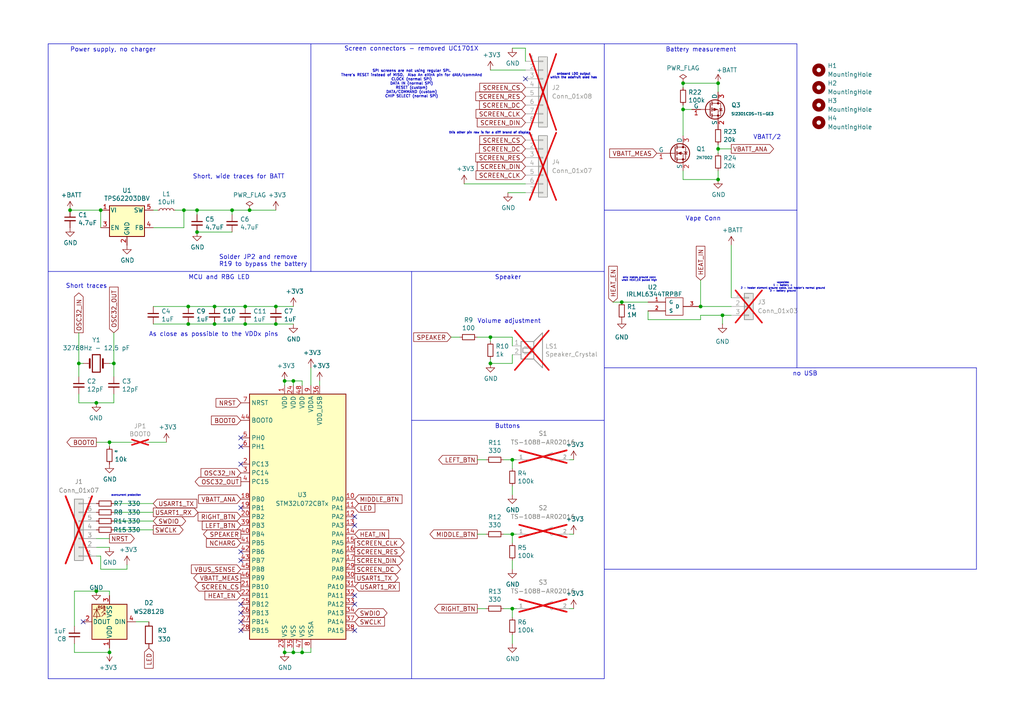
<source format=kicad_sch>
(kicad_sch (version 20231120) (generator "eeschema") (generator_version "8.0")
  (paper "A4")
  (title_block (title "OpenTama") (date "2022-04-18") (rev "1.1") (company "Sparkr") (comment 1 "Licensed under CERN-OHL-S v2") (comment 2 "jc@sparkr.tech") (comment 3 "Jean-Christophe Rona"))
  (junction (at 209.55 91.44))
  (junction (at 72.39 60.96))
  (junction (at 208.28 43.18))
  (junction (at 33.02 105.41))
  (junction (at 71.12 93.98))
  (junction (at 208.28 24.13))
  (junction (at 80.01 93.98))
  (junction (at 53.34 60.96))
  (junction (at 20.32 60.96))
  (junction (at 148.59 154.94))
  (junction (at 29.21 60.96))
  (junction (at 198.12 24.13))
  (junction (at 180.34 87.63))
  (junction (at 62.23 93.98))
  (junction (at 71.12 88.9))
  (junction (at 27.94 116.84))
  (junction (at 57.15 67.31))
  (junction (at 22.86 105.41))
  (junction (at 148.59 176.53))
  (junction (at 82.55 110.49))
  (junction (at 87.63 189.23))
  (junction (at 57.15 60.96))
  (junction (at 142.24 105.41))
  (junction (at 31.75 189.23))
  (junction (at 148.59 133.35))
  (junction (at 85.09 189.23))
  (junction (at 85.09 110.49))
  (junction (at 27.94 171.45))
  (junction (at 198.12 31.75))
  (junction (at 67.31 60.96))
  (junction (at 82.55 189.23))
  (junction (at 203.2 88.9))
  (junction (at 142.24 97.79))
  (junction (at 31.75 128.27))
  (junction (at 208.28 52.07))
  (junction (at 54.61 88.9))
  (junction (at 80.01 88.9))
  (junction (at 62.23 88.9))
  (junction (at 54.61 93.98))
  (no_connect (at 69.85 134.62))
  (no_connect (at 69.85 127))
  (no_connect (at 69.85 129.54))
  (no_connect (at 102.87 182.88))
  (no_connect (at 69.85 182.88))
  (no_connect (at 24.13 180.34))
  (no_connect (at 102.87 149.86))
  (no_connect (at 102.87 152.4))
  (no_connect (at 69.85 177.8))
  (no_connect (at 69.85 147.32))
  (no_connect (at 69.85 175.26))
  (no_connect (at 102.87 175.26))
  (no_connect (at 152.4 22.86))
  (no_connect (at 69.85 160.02))
  (no_connect (at 69.85 180.34))
  (no_connect (at 102.87 172.72))
  (no_connect (at 69.85 162.56))
  (polyline (pts (xy 231.14 60.96) (xy 231.14 106.68)))
  (wire (pts (xy 57.15 60.96) (xy 57.15 62.23)))
  (wire (pts (xy 44.45 93.98) (xy 54.61 93.98)))
  (wire (pts (xy 82.55 189.23) (xy 82.55 187.96)))
  (wire (pts (xy 130.81 97.79) (xy 133.35 97.79)))
  (wire (pts (xy 208.28 43.18) (xy 208.28 41.91)))
  (wire (pts (xy 85.09 111.76) (xy 85.09 110.49)))
  (wire (pts (xy 209.55 91.44) (xy 209.55 93.98)))
  (polyline (pts (xy 13.97 196.85) (xy 175.26 196.85)))
  (wire (pts (xy 90.17 189.23) (xy 87.63 189.23)))
  (wire (pts (xy 148.59 162.56) (xy 148.59 165.1)))
  (wire (pts (xy 33.02 105.41) (xy 33.02 109.22)))
  (wire (pts (xy 198.12 52.07) (xy 208.28 52.07)))
  (polyline (pts (xy 175.26 121.92) (xy 119.38 121.92)))
  (wire (pts (xy 27.94 116.84) (xy 33.02 116.84)))
  (wire (pts (xy 31.75 189.23) (xy 31.75 187.96)))
  (wire (pts (xy 57.15 60.96) (xy 53.34 60.96)))
  (wire (pts (xy 212.09 71.12) (xy 212.09 86.36)))
  (wire (pts (xy 198.12 49.53) (xy 198.12 52.07)))
  (wire (pts (xy 29.21 66.04) (xy 29.21 60.96)))
  (wire (pts (xy 85.09 110.49) (xy 87.63 110.49)))
  (polyline (pts (xy 283.21 106.68) (xy 283.21 165.1)))
  (wire (pts (xy 31.75 158.75) (xy 27.94 158.75)))
  (wire (pts (xy 24.13 105.41) (xy 22.86 105.41)))
  (wire (pts (xy 198.12 31.75) (xy 200.66 31.75)))
  (wire (pts (xy 90.17 187.96) (xy 90.17 189.23)))
  (wire (pts (xy 148.59 105.41) (xy 142.24 105.41)))
  (wire (pts (xy 208.28 52.07) (xy 208.28 49.53)))
  (wire (pts (xy 33.02 146.05) (xy 44.45 146.05)))
  (wire (pts (xy 31.75 128.27) (xy 38.1 128.27)))
  (wire (pts (xy 198.12 24.13) (xy 198.12 25.4)))
  (wire (pts (xy 44.45 66.04) (xy 53.34 66.04)))
  (wire (pts (xy 22.86 116.84) (xy 27.94 116.84)))
  (wire (pts (xy 198.12 30.48) (xy 198.12 31.75)))
  (wire (pts (xy 27.94 171.45) (xy 31.75 171.45)))
  (wire (pts (xy 22.86 114.3) (xy 22.86 116.84)))
  (wire (pts (xy 20.32 60.96) (xy 29.21 60.96)))
  (wire (pts (xy 72.39 60.96) (xy 80.01 60.96)))
  (wire (pts (xy 62.23 88.9) (xy 71.12 88.9)))
  (wire (pts (xy 87.63 110.49) (xy 87.63 111.76)))
  (wire (pts (xy 187.96 92.71) (xy 187.96 90.17)))
  (wire (pts (xy 67.31 60.96) (xy 72.39 60.96)))
  (wire (pts (xy 165.1 133.35) (xy 166.37 133.35)))
  (wire (pts (xy 71.12 93.98) (xy 80.01 93.98)))
  (polyline (pts (xy 283.21 106.68) (xy 175.26 106.68)))
  (wire (pts (xy 148.59 102.87) (xy 148.59 105.41)))
  (wire (pts (xy 166.37 176.53) (xy 165.1 176.53)))
  (polyline (pts (xy 175.26 12.7) (xy 175.26 196.85)))
  (wire (pts (xy 203.2 91.44) (xy 209.55 91.44)))
  (wire (pts (xy 134.62 53.34) (xy 152.4 53.34)))
  (polyline (pts (xy 283.21 165.1) (xy 175.26 165.1)))
  (wire (pts (xy 33.02 148.59) (xy 44.45 148.59)))
  (wire (pts (xy 29.21 165.1) (xy 36.83 165.1)))
  (wire (pts (xy 90.17 106.68) (xy 90.17 111.76)))
  (wire (pts (xy 203.2 92.71) (xy 203.2 91.44)))
  (polyline (pts (xy 13.97 12.7) (xy 13.97 196.85)))
  (wire (pts (xy 31.75 128.27) (xy 31.75 129.54)))
  (wire (pts (xy 29.21 161.29) (xy 29.21 165.1)))
  (wire (pts (xy 148.59 140.97) (xy 148.59 143.51)))
  (wire (pts (xy 44.45 153.67) (xy 33.02 153.67)))
  (wire (pts (xy 80.01 93.98) (xy 85.09 93.98)))
  (wire (pts (xy 31.75 189.23) (xy 21.59 189.23)))
  (wire (pts (xy 85.09 189.23) (xy 82.55 189.23)))
  (wire (pts (xy 152.4 13.97) (xy 148.59 13.97)))
  (wire (pts (xy 142.24 97.79) (xy 148.59 97.79)))
  (wire (pts (xy 82.55 110.49) (xy 85.09 110.49)))
  (wire (pts (xy 138.43 154.94) (xy 140.97 154.94)))
  (wire (pts (xy 148.59 176.53) (xy 149.86 176.53)))
  (wire (pts (xy 146.05 133.35) (xy 148.59 133.35)))
  (wire (pts (xy 50.8 60.96) (xy 53.34 60.96)))
  (wire (pts (xy 44.45 60.96) (xy 45.72 60.96)))
  (wire (pts (xy 22.86 105.41) (xy 22.86 109.22)))
  (wire (pts (xy 138.43 133.35) (xy 140.97 133.35)))
  (wire (pts (xy 148.59 133.35) (xy 149.86 133.35)))
  (wire (pts (xy 53.34 60.96) (xy 53.34 66.04)))
  (wire (pts (xy 85.09 187.96) (xy 85.09 189.23)))
  (wire (pts (xy 148.59 97.79) (xy 148.59 100.33)))
  (wire (pts (xy 31.75 171.45) (xy 31.75 172.72)))
  (wire (pts (xy 87.63 187.96) (xy 87.63 189.23)))
  (wire (pts (xy 148.59 154.94) (xy 149.86 154.94)))
  (wire (pts (xy 36.83 165.1) (xy 36.83 163.83)))
  (wire (pts (xy 187.96 92.71) (xy 203.2 92.71)))
  (wire (pts (xy 92.71 110.49) (xy 92.71 111.76)))
  (wire (pts (xy 203.2 81.28) (xy 203.2 88.9)))
  (wire (pts (xy 142.24 105.41) (xy 142.24 104.14)))
  (polyline (pts (xy 13.97 78.74) (xy 175.26 78.74)))
  (wire (pts (xy 43.18 180.34) (xy 39.37 180.34)))
  (wire (pts (xy 22.86 96.52) (xy 22.86 105.41)))
  (wire (pts (xy 33.02 96.52) (xy 33.02 105.41)))
  (wire (pts (xy 54.61 88.9) (xy 62.23 88.9)))
  (wire (pts (xy 62.23 93.98) (xy 71.12 93.98)))
  (wire (pts (xy 148.59 176.53) (xy 148.59 179.07)))
  (wire (pts (xy 166.37 154.94) (xy 165.1 154.94)))
  (wire (pts (xy 142.24 99.06) (xy 142.24 97.79)))
  (wire (pts (xy 27.94 128.27) (xy 31.75 128.27)))
  (wire (pts (xy 152.4 17.78) (xy 152.4 13.97)))
  (wire (pts (xy 138.43 97.79) (xy 142.24 97.79)))
  (wire (pts (xy 21.59 189.23) (xy 21.59 186.69)))
  (wire (pts (xy 148.59 133.35) (xy 148.59 135.89)))
  (wire (pts (xy 71.12 88.9) (xy 80.01 88.9)))
  (polyline (pts (xy 231.14 60.96) (xy 175.26 60.96)))
  (wire (pts (xy 67.31 60.96) (xy 67.31 62.23)))
  (wire (pts (xy 43.18 128.27) (xy 48.26 128.27)))
  (wire (pts (xy 148.59 154.94) (xy 148.59 157.48)))
  (wire (pts (xy 82.55 111.76) (xy 82.55 110.49)))
  (polyline (pts (xy 119.38 78.74) (xy 119.38 196.85)))
  (wire (pts (xy 138.43 176.53) (xy 140.97 176.53)))
  (wire (pts (xy 27.94 161.29) (xy 29.21 161.29)))
  (wire (pts (xy 57.15 67.31) (xy 67.31 67.31)))
  (wire (pts (xy 146.05 176.53) (xy 148.59 176.53)))
  (wire (pts (xy 180.34 87.63) (xy 187.96 87.63)))
  (wire (pts (xy 21.59 181.61) (xy 21.59 171.45)))
  (wire (pts (xy 208.28 26.67) (xy 208.28 24.13)))
  (wire (pts (xy 57.15 60.96) (xy 67.31 60.96)))
  (wire (pts (xy 147.32 55.88) (xy 152.4 55.88)))
  (wire (pts (xy 146.05 154.94) (xy 148.59 154.94)))
  (wire (pts (xy 212.09 43.18) (xy 208.28 43.18)))
  (polyline (pts (xy 90.17 78.74) (xy 90.17 12.7)))
  (wire (pts (xy 87.63 189.23) (xy 85.09 189.23)))
  (wire (pts (xy 33.02 116.84) (xy 33.02 114.3)))
  (wire (pts (xy 208.28 24.13) (xy 198.12 24.13)))
  (wire (pts (xy 198.12 39.37) (xy 198.12 31.75)))
  (polyline (pts (xy 231.14 12.7) (xy 231.14 60.96)))
  (wire (pts (xy 209.55 91.44) (xy 212.09 91.44)))
  (wire (pts (xy 27.94 156.21) (xy 31.75 156.21)))
  (wire (pts (xy 54.61 93.98) (xy 62.23 93.98)))
  (wire (pts (xy 44.45 88.9) (xy 54.61 88.9)))
  (wire (pts (xy 80.01 88.9) (xy 85.09 88.9)))
  (polyline (pts (xy 13.97 12.7) (xy 231.14 12.7)))
  (wire (pts (xy 152.4 20.32) (xy 142.24 20.32)))
  (wire (pts (xy 31.75 105.41) (xy 33.02 105.41)))
  (wire (pts (xy 177.8 87.63) (xy 180.34 87.63)))
  (wire (pts (xy 203.2 88.9) (xy 212.09 88.9)))
  (wire (pts (xy 33.02 151.13) (xy 44.45 151.13)))
  (wire (pts (xy 208.28 44.45) (xy 208.28 43.18)))
  (wire (pts (xy 148.59 184.15) (xy 148.59 186.69)))
  (wire (pts (xy 21.59 171.45) (xy 27.94 171.45)))
  (text "Power supply, no charger" (at 20.32 15.24 0) (effects (font (size 1.27 1.27)) (justify left bottom)))
  (text "Solder JP2 and remove\nR19 to bypass the battery" (at 63.5 77.47 0) (effects (font (size 1.27 1.27)) (justify left bottom)))
  (text "Short traces" (at 19.05 83.82 0) (effects (font (size 1.27 1.27)) (justify left bottom)))
  (text "onboard LDO output\nwhich the adafruit oled has" (at 166.37 22.098 0) (effects (font (size 0.635 0.635))))
  (text "Short, wide traces for BATT" (at 55.88 52.07 0) (effects (font (size 1.27 1.27)) (justify left bottom)))
  (text "SPI screens are not using regular SPI.\nThere's RESET instead of MISO,  Also An eXtrA pin for dAtA/commAnd\nCLOCK (normal SPI)\nDATA IN (normal SPI)\nRESET (custom)\nDATA/COMMAND (custom)\nCHIP SELECT (normal SPI)" (at 119.38 24.384 0) (effects (font (size 0.762 0.762))))
  (text "Battery measurement" (at 193.04 15.24 0) (effects (font (size 1.27 1.27)) (justify left bottom)))
  (text "this other pin row is for a diff brand of display\n" (at 141.986 38.608 0) (effects (font (size 0.635 0.635))))
  (text "VBATT/2" (at 218.44 40.64 0) (effects (font (size 1.27 1.27)) (justify left bottom)))
  (text "Speaker" (at 143.51 81.28 0) (effects (font (size 1.27 1.27)) (justify left bottom)))
  (text "no USB" (at 229.87 109.22 0) (effects (font (size 1.27 1.27)) (justify left bottom)))
  (text "vapeside:\n1 - battery +\n2 - heater element ground cable, cut heater's normal ground\n3 - battery ground" (at 227.076 83.312 0) (effects (font (size 0.508 0.508))))
  (text "As close as possible to the VDDx pins" (at 43.18 97.79 0) (effects (font (size 1.27 1.27)) (justify left bottom)))
  (text "overcurrent protection" (at 36.576 143.764 0) (effects (font (size 0.508 0.508))))
  (text "MCU and RBG LED" (at 54.61 81.28 0) (effects (font (size 1.27 1.27)) (justify left bottom)))
  (text "Vape Conn" (at 203.962 63.5 0) (effects (font (size 1.27 1.27))))
  (text "only makes ground conn\nwhen HEAT_EN pulled high\n" (at 185.42 81.026 0) (effects (font (size 0.508 0.508))))
  (text "Volume adjustment" (at 138.43 93.98 0) (effects (font (size 1.27 1.27)) (justify left bottom)))
  (text "Screen connectors - removed UC1701X" (at 99.822 14.986 0) (effects (font (size 1.27 1.27)) (justify left bottom)))
  (text "Buttons" (at 143.51 124.46 0) (effects (font (size 1.27 1.27)) (justify left bottom)))
  (global_label "SCREEN_RES" (shape output) (at 102.87 160.02 0) (property "Intersheetrefs" "${INTERSHEET_REFS}" (effects (hide yes))))
  (global_label "SWCLK" (shape input) (at 102.87 180.34 0) (property "Intersheetrefs" "${INTERSHEET_REFS}" (effects (hide yes))))
  (global_label "SCREEN_DC" (shape output) (at 102.87 165.1 0) (property "Intersheetrefs" "${INTERSHEET_REFS}" (effects (hide yes))))
  (global_label "MIDDLE_BTN" (shape input) (at 102.87 144.78 0) (property "Intersheetrefs" "${INTERSHEET_REFS}" (effects (hide yes))))
  (global_label "SCREEN_DIN" (shape input) (at 152.4 35.56 180) (property "Intersheetrefs" "${INTERSHEET_REFS}" (effects (hide yes))))
  (global_label "SCREEN_CLK" (shape input) (at 152.4 33.02 180) (property "Intersheetrefs" "${INTERSHEET_REFS}" (effects (hide yes))))
  (global_label "SCREEN_DC" (shape input) (at 152.4 43.18 180) (property "Intersheetrefs" "${INTERSHEET_REFS}" (effects (hide yes))))
  (global_label "HEAT_IN" (shape input) (at 102.87 154.94 0) (property "Intersheetrefs" "${INTERSHEET_REFS}" (effects (hide yes))))
  (global_label "SCREEN_CS" (shape output) (at 69.85 170.18 180) (property "Intersheetrefs" "${INTERSHEET_REFS}" (effects (hide yes))))
  (global_label "SCREEN_RES" (shape input) (at 152.4 45.72 180) (property "Intersheetrefs" "${INTERSHEET_REFS}" (effects (hide yes))))
  (global_label "VBATT_MEAS" (shape output) (at 69.85 167.64 180) (property "Intersheetrefs" "${INTERSHEET_REFS}" (effects (hide yes))))
  (global_label "VBUS_SENSE" (shape input) (at 69.85 165.1 180) (property "Intersheetrefs" "${INTERSHEET_REFS}" (effects (hide yes))))
  (global_label "RIGHT_BTN" (shape output) (at 138.43 176.53 180) (property "Intersheetrefs" "${INTERSHEET_REFS}" (effects (hide yes))))
  (global_label "LEFT_BTN" (shape input) (at 69.85 152.4 180) (property "Intersheetrefs" "${INTERSHEET_REFS}" (effects (hide yes))))
  (global_label "HEAT_EN" (shape input) (at 177.8 87.63 90) (property "Intersheetrefs" "${INTERSHEET_REFS}" (effects (hide yes))))
  (global_label "SWDIO" (shape bidirectional) (at 102.87 177.8 0) (property "Intersheetrefs" "${INTERSHEET_REFS}" (effects (hide yes))))
  (global_label "BOOT0" (shape output) (at 27.94 128.27 180) (property "Intersheetrefs" "${INTERSHEET_REFS}" (effects (hide yes))))
  (global_label "MIDDLE_BTN" (shape output) (at 138.43 154.94 180) (property "Intersheetrefs" "${INTERSHEET_REFS}" (effects (hide yes))))
  (global_label "NRST" (shape input) (at 69.85 116.84 180) (property "Intersheetrefs" "${INTERSHEET_REFS}" (effects (hide yes))))
  (global_label "RIGHT_BTN" (shape input) (at 69.85 149.86 180) (property "Intersheetrefs" "${INTERSHEET_REFS}" (effects (hide yes))))
  (global_label "SPEAKER" (shape output) (at 69.85 154.94 180) (property "Intersheetrefs" "${INTERSHEET_REFS}" (effects (hide yes))))
  (global_label "USART1_RX" (shape output) (at 44.45 148.59 0) (property "Intersheetrefs" "${INTERSHEET_REFS}" (effects (hide yes))))
  (global_label "BOOT0" (shape input) (at 69.85 121.92 180) (property "Intersheetrefs" "${INTERSHEET_REFS}" (effects (hide yes))))
  (global_label "SCREEN_RES" (shape input) (at 152.4 27.94 180) (property "Intersheetrefs" "${INTERSHEET_REFS}" (effects (hide yes))))
  (global_label "USART1_TX" (shape input) (at 44.45 146.05 0) (property "Intersheetrefs" "${INTERSHEET_REFS}" (effects (hide yes))))
  (global_label "SCREEN_CS" (shape input) (at 152.4 25.4 180) (property "Intersheetrefs" "${INTERSHEET_REFS}" (effects (hide yes))))
  (global_label "SCREEN_DIN" (shape output) (at 102.87 162.56 0) (property "Intersheetrefs" "${INTERSHEET_REFS}" (effects (hide yes))))
  (global_label "SCREEN_CS" (shape input) (at 152.4 40.64 180) (property "Intersheetrefs" "${INTERSHEET_REFS}" (effects (hide yes))))
  (global_label "LED" (shape input) (at 102.87 147.32 0) (property "Intersheetrefs" "${INTERSHEET_REFS}" (effects (hide yes))))
  (global_label "OSC32_OUT" (shape output) (at 69.85 139.7 180) (property "Intersheetrefs" "${INTERSHEET_REFS}" (effects (hide yes))))
  (global_label "SPEAKER" (shape input) (at 130.81 97.79 180) (property "Intersheetrefs" "${INTERSHEET_REFS}" (effects (hide yes))))
  (global_label "SWCLK" (shape output) (at 44.45 153.67 0) (property "Intersheetrefs" "${INTERSHEET_REFS}" (effects (hide yes))))
  (global_label "NCHARG" (shape input) (at 69.85 157.48 180) (property "Intersheetrefs" "${INTERSHEET_REFS}" (effects (hide yes))))
  (global_label "USART1_TX" (shape output) (at 102.87 167.64 0) (property "Intersheetrefs" "${INTERSHEET_REFS}" (effects (hide yes))))
  (global_label "NRST" (shape output) (at 31.75 156.21 0) (property "Intersheetrefs" "${INTERSHEET_REFS}" (effects (hide yes))))
  (global_label "SWDIO" (shape bidirectional) (at 44.45 151.13 0) (property "Intersheetrefs" "${INTERSHEET_REFS}" (effects (hide yes))))
  (global_label "LED" (shape input) (at 43.18 187.96 270) (property "Intersheetrefs" "${INTERSHEET_REFS}" (effects (hide yes))))
  (global_label "SCREEN_CLK" (shape output) (at 102.87 157.48 0) (property "Intersheetrefs" "${INTERSHEET_REFS}" (effects (hide yes))))
  (global_label "LEFT_BTN" (shape output) (at 138.43 133.35 180) (property "Intersheetrefs" "${INTERSHEET_REFS}" (effects (hide yes))))
  (global_label "SCREEN_DIN" (shape input) (at 152.4 48.26 180) (property "Intersheetrefs" "${INTERSHEET_REFS}" (effects (hide yes))))
  (global_label "VBATT_ANA" (shape input) (at 69.85 144.78 180) (property "Intersheetrefs" "${INTERSHEET_REFS}" (effects (hide yes))))
  (global_label "OSC32_IN" (shape input) (at 69.85 137.16 180) (property "Intersheetrefs" "${INTERSHEET_REFS}" (effects (hide yes))))
  (global_label "HEAT_IN" (shape input) (at 203.2 81.28 90) (property "Intersheetrefs" "${INTERSHEET_REFS}" (effects (hide yes))))
  (global_label "OSC32_IN" (shape output) (at 22.86 96.52 90) (property "Intersheetrefs" "${INTERSHEET_REFS}" (effects (hide yes))))
  (global_label "SCREEN_DC" (shape input) (at 152.4 30.48 180) (property "Intersheetrefs" "${INTERSHEET_REFS}" (effects (hide yes))))
  (global_label "VBATT_MEAS" (shape input) (at 190.5 44.45 180) (property "Intersheetrefs" "${INTERSHEET_REFS}" (effects (hide yes))))
  (global_label "SCREEN_CLK" (shape input) (at 152.4 50.8 180) (property "Intersheetrefs" "${INTERSHEET_REFS}" (effects (hide yes))))
  (global_label "HEAT_EN" (shape input) (at 69.85 172.72 180) (property "Intersheetrefs" "${INTERSHEET_REFS}" (effects (hide yes))))
  (global_label "OSC32_OUT" (shape input) (at 33.02 96.52 90) (property "Intersheetrefs" "${INTERSHEET_REFS}" (effects (hide yes))))
  (global_label "VBATT_ANA" (shape output) (at 212.09 43.18 0) (property "Intersheetrefs" "${INTERSHEET_REFS}" (effects (hide yes))))
  (global_label "USART1_RX" (shape input) (at 102.87 170.18 0) (property "Intersheetrefs" "${INTERSHEET_REFS}" (effects (hide yes))))
  (symbol (lib_id "OpenTama-rescue:STM32L072CBTx-MCU_ST_STM32L0") (at 87.63 149.86 0) (unit 1)
    (property "Reference" "U3" (at 87.63 143.51 0))
    (property "Value" "STM32L072CBTx" (at 87.63 146.05 0))
    (property "Footprint" "Package_QFP:LQFP-48_7x7mm_P0.5mm" (effects (hide yes)))
    (property "Datasheet" "http://www.st.com/st-web-ui/static/active/en/resource/technical/document/datasheet/DM00141133.pdf" (effects (hide yes)))
    (property "LCSC" "C465977" (effects (hide yes)))
    (property "JLCRotOffset" "-90" (effects (hide yes)))
  )
  (symbol (lib_id "power:GND") (at 82.55 189.23 0) (unit 1)
    (property "Reference" "#PWR019" (effects (hide yes)))
    (property "Value" "GND" (at 82.677 193.6242 0))
  )
  (symbol (lib_id "OpenTama-rescue:+3.3V-power") (at 82.55 110.49 0) (unit 1)
    (property "Reference" "#PWR018" (effects (hide yes)))
    (property "Value" "+3V3" (at 82.931 106.0958 0))
  )
  (symbol (lib_id "OpenTama-rescue:+3.3V-power") (at 85.09 88.9 0) (unit 1)
    (property "Reference" "#PWR020" (effects (hide yes)))
    (property "Value" "+3V3" (at 85.471 84.5058 0))
  )
  (symbol (lib_id "power:GND") (at 85.09 93.98 0) (unit 1)
    (property "Reference" "#PWR021" (effects (hide yes)))
    (property "Value" "GND" (at 85.217 98.3742 0))
  )
  (symbol (lib_id "Device:C_Small") (at 44.45 91.44 0) (unit 1)
    (property "Reference" "C4" (at 46.7868 90.2716 0) (effects (justify left)))
    (property "Value" "1uF" (at 46.7868 92.583 0) (effects (justify left)))
    (property "Footprint" "Capacitor_SMD:C_0402_1005Metric" (effects (hide yes)))
    (property "LCSC" "C52923" (effects (hide yes)))
  )
  (symbol (lib_id "Device:Crystal") (at 27.94 105.41 0) (unit 1)
    (property "Reference" "Y1" (at 27.94 98.6028 0))
    (property "Value" "32768Hz - 12,5 pF" (at 27.94 100.9142 0))
    (property "Footprint" "Crystal:Crystal_SMD_3215-2Pin_3.2x1.5mm" (effects (hide yes)))
    (property "Datasheet" "https://datasheet.lcsc.com/lcsc/1810171817_Seiko-Epson-Q13FC1350000400_C32346.pdf" (effects (hide yes)))
    (property "LCSC" "C32346" (effects (hide yes)))
  )
  (symbol (lib_id "OpenTama-rescue:+3.3V-power") (at 92.71 110.49 0) (unit 1)
    (property "Reference" "#PWR023" (effects (hide yes)))
    (property "Value" "+3V3" (at 93.091 106.0958 0))
  )
  (symbol (lib_id "Device:C_Small") (at 22.86 111.76 0) (unit 1)
    (property "Reference" "C2" (at 25.1968 110.5916 0) (effects (justify left)))
    (property "Value" "12pF" (at 25.1968 112.903 0) (effects (justify left)))
    (property "Footprint" "Capacitor_SMD:C_0402_1005Metric" (effects (hide yes)))
    (property "LCSC" "C1547" (effects (hide yes)))
  )
  (symbol (lib_id "Device:C_Small") (at 33.02 111.76 0) (unit 1)
    (property "Reference" "C3" (at 35.3568 110.5916 0) (effects (justify left)))
    (property "Value" "12pF" (at 35.3568 112.903 0) (effects (justify left)))
    (property "Footprint" "Capacitor_SMD:C_0402_1005Metric" (effects (hide yes)))
    (property "LCSC" "C1547" (effects (hide yes)))
  )
  (symbol (lib_id "OpenTama-rescue:+3.3V-power") (at 48.26 128.27 0) (unit 1)
    (property "Reference" "#PWR010" (effects (hide yes)))
    (property "Value" "+3V3" (at 48.641 123.8758 0))
  )
  (symbol (lib_id "power:GND") (at 27.94 116.84 0) (mirror y) (unit 1)
    (property "Reference" "#PWR04" (effects (hide yes)))
    (property "Value" "GND" (at 27.813 121.2342 0))
  )
  (symbol (lib_id "Device:R_Small") (at 31.75 132.08 0) (unit 1)
    (property "Reference" "R2" (at 33.2486 130.9116 0) (effects (font (size 0.4 0.4)) (justify left)))
    (property "Value" "10k" (at 33.2486 133.223 0) (effects (justify left)))
    (property "Footprint" "Resistor_SMD:R_0402_1005Metric" (effects (hide yes)))
    (property "LCSC" "C25744" (effects (hide yes)))
  )
  (symbol (lib_id "power:GND") (at 31.75 134.62 0) (unit 1)
    (property "Reference" "#PWR06" (effects (hide yes)))
    (property "Value" "GND" (at 31.877 139.0142 0))
  )
  (symbol (lib_id "power:GND") (at 31.75 158.75 0) (unit 1)
    (property "Reference" "#PWR07" (effects (hide yes)))
    (property "Value" "GND" (at 31.877 163.1442 0))
  )
  (symbol (lib_id "OpenTama-rescue:+3.3V-power") (at 36.83 163.83 0) (unit 1)
    (property "Reference" "#PWR09" (effects (hide yes)))
    (property "Value" "+3V3" (at 37.211 159.4358 0))
  )
  (symbol (lib_id "power:GND") (at 142.24 105.41 0) (unit 1)
    (property "Reference" "#PWR033" (effects (hide yes)))
    (property "Value" "GND" (at 142.367 109.8042 0))
  )
  (symbol (lib_id "Device:R_Small") (at 135.89 97.79 270) (unit 1)
    (property "Reference" "R9" (at 135.89 92.8116 90))
    (property "Value" "100" (at 135.89 95.123 90))
    (property "Footprint" "PCM_JLCPCB:R_0805" (effects (hide yes)))
    (property "LCSC" "C25076" (effects (hide yes)))
  )
  (symbol (lib_id "Device:R_Small") (at 142.24 101.6 0) (unit 1)
    (property "Reference" "R10" (at 143.7386 100.4316 0) (effects (justify left)))
    (property "Value" "1k" (at 143.7386 102.743 0) (effects (justify left)))
    (property "Footprint" "PCM_JLCPCB:R_0402" (effects (hide yes)))
  )
  (symbol (lib_id "power:GND") (at 27.94 171.45 0) (unit 1)
    (property "Reference" "#PWR01" (effects (hide yes)))
    (property "Value" "GND" (at 27.94 170.434 0))
  )
  (symbol (lib_id "OpenTama-rescue:+3.3V-power") (at 166.37 154.94 0) (unit 1)
    (property "Reference" "#PWR038" (effects (hide yes)))
    (property "Value" "+3V3" (at 166.751 150.5458 0))
  )
  (symbol (lib_id "Device:R_Small") (at 143.51 154.94 270) (unit 1)
    (property "Reference" "R12" (at 143.51 149.9616 90))
    (property "Value" "330" (at 143.51 152.273 90))
    (property "Footprint" "Resistor_SMD:R_0402_1005Metric" (effects (hide yes)))
    (property "LCSC" "C25104" (effects (hide yes)))
  )
  (symbol (lib_id "power:GND") (at 148.59 165.1 0) (unit 1)
    (property "Reference" "#PWR035" (effects (hide yes)))
    (property "Value" "GND" (at 148.717 169.4942 0))
  )
  (symbol (lib_id "OpenTama-rescue:+3.3V-power") (at 166.37 176.53 0) (unit 1)
    (property "Reference" "#PWR039" (effects (hide yes)))
    (property "Value" "+3V3" (at 166.751 172.1358 0))
  )
  (symbol (lib_id "Device:R_Small") (at 143.51 176.53 270) (unit 1)
    (property "Reference" "R13" (at 143.51 171.5516 90))
    (property "Value" "330" (at 143.51 173.863 90))
    (property "Footprint" "Resistor_SMD:R_0402_1005Metric" (effects (hide yes)))
    (property "LCSC" "C25104" (effects (hide yes)))
  )
  (symbol (lib_id "power:GND") (at 148.59 186.69 0) (unit 1)
    (property "Reference" "#PWR036" (effects (hide yes)))
    (property "Value" "GND" (at 148.717 191.0842 0))
  )
  (symbol (lib_id "OpenTama-rescue:+3.3V-power") (at 166.37 133.35 0) (unit 1)
    (property "Reference" "#PWR037" (effects (hide yes)))
    (property "Value" "+3V3" (at 166.751 128.9558 0))
  )
  (symbol (lib_id "Device:R_Small") (at 143.51 133.35 270) (unit 1)
    (property "Reference" "R11" (at 143.51 128.3716 90))
    (property "Value" "330" (at 143.51 130.683 90))
    (property "Footprint" "Resistor_SMD:R_0402_1005Metric" (effects (hide yes)))
    (property "LCSC" "C25104" (effects (hide yes)))
  )
  (symbol (lib_id "power:GND") (at 148.59 143.51 0) (unit 1)
    (property "Reference" "#PWR034" (effects (hide yes)))
    (property "Value" "GND" (at 148.717 147.9042 0))
  )
  (symbol (lib_id "Device:Speaker_Crystal") (at 153.67 100.33 0) (unit 1) (dnp yes)
    (property "Reference" "LS1" (at 158.115 100.4316 0) (effects (justify left)))
    (property "Value" "Speaker_Crystal" (at 158.115 102.743 0) (effects (justify left)))
    (property "Footprint" "Buzzer_Beeper:Buzzer_CUI_CPT-9019S-SMT" (effects (hide yes)))
    (property "Datasheet" "https://datasheet.lcsc.com/lcsc/1912111437_FUET-FUET-9018_C391035.pdf" (effects (hide yes)))
    (property "LCSC" "C391035" (effects (hide yes)))
    (property "JLCRotOffset" "180" (effects (hide yes)))
  )
  (symbol (lib_id "power:GND") (at 148.59 13.97 0) (unit 1)
    (property "Reference" "#PWR032" (effects (hide yes)))
    (property "Value" "GND" (at 148.717 18.3642 0))
  )
  (symbol (lib_id "OpenTama-rescue:+3.3V-power") (at 142.24 20.32 0) (unit 1)
    (property "Reference" "#PWR031" (effects (hide yes)))
    (property "Value" "+3V3" (at 142.621 15.9258 0))
  )
  (symbol (lib_id "OpenTama-rescue:Jumper_NO_Small-Device") (at 40.64 128.27 0) (unit 1) (dnp yes)
    (property "Reference" "JP1" (at 40.64 123.571 0))
    (property "Value" "BOOT0" (at 40.64 125.8824 0))
    (property "Footprint" "Connector_PinHeader_2.54mm:PinHeader_1x02_P2.54mm_Vertical" (effects (hide yes)))
  )
  (symbol (lib_id "power:PWR_FLAG") (at 72.39 60.96 0) (unit 1)
    (property "Reference" "#FLG02" (effects (hide yes)))
    (property "Value" "PWR_FLAG" (at 72.39 56.5658 0))
  )
  (symbol (lib_id "Device:R_Small") (at 198.12 27.94 0) (unit 1)
    (property "Reference" "R22" (at 199.6186 26.7716 0) (effects (justify left)))
    (property "Value" "100k" (at 199.6186 29.083 0) (effects (justify left)))
    (property "Footprint" "Resistor_SMD:R_0402_1005Metric" (effects (hide yes)))
    (property "LCSC" "C25741" (effects (hide yes)))
  )
  (symbol (lib_id "Device:R_Small") (at 208.28 39.37 0) (unit 1)
    (property "Reference" "R23" (at 209.7786 38.2016 0) (effects (justify left)))
    (property "Value" "20k" (at 209.7786 40.513 0) (effects (justify left)))
    (property "Footprint" "Resistor_SMD:R_0402_1005Metric" (effects (hide yes)))
    (property "LCSC" "C25765" (effects (hide yes)))
  )
  (symbol (lib_id "Device:R_Small") (at 208.28 46.99 0) (unit 1)
    (property "Reference" "R24" (at 209.7786 45.8216 0) (effects (justify left)))
    (property "Value" "20k" (at 209.7786 48.133 0) (effects (justify left)))
    (property "Footprint" "Resistor_SMD:R_0402_1005Metric" (effects (hide yes)))
    (property "LCSC" "C25765" (effects (hide yes)))
  )
  (symbol (lib_id "power:GND") (at 208.28 52.07 0) (unit 1)
    (property "Reference" "#PWR0105" (effects (hide yes)))
    (property "Value" "GND" (at 208.407 56.4642 0))
  )
  (symbol (lib_id "Regulator_Switching:TPS62203DBV") (at 36.83 66.04 0) (unit 1)
    (property "Reference" "U1" (at 36.83 55.245 0))
    (property "Value" "TPS62203DBV" (at 36.83 57.5564 0))
    (property "Footprint" "Package_TO_SOT_SMD:SOT-23-5" (effects (hide yes)))
    (property "Datasheet" "http://www.ti.com/lit/ds/symlink/tps62201.pdf" (effects (hide yes)))
    (property "LCSC" "C9051" (effects (hide yes)))
    (property "JLCRotOffset" "180" (effects (hide yes)))
  )
  (symbol (lib_id "power:GND") (at 20.32 66.04 0) (unit 1)
    (property "Reference" "#PWR03" (effects (hide yes)))
    (property "Value" "GND" (at 20.447 70.4342 0))
  )
  (symbol (lib_id "power:+BATT") (at 20.32 60.96 0) (unit 1)
    (property "Reference" "#PWR02" (effects (hide yes)))
    (property "Value" "+BATT" (at 20.701 56.5658 0))
  )
  (symbol (lib_id "power:GND") (at 36.83 71.12 0) (unit 1)
    (property "Reference" "#PWR08" (effects (hide yes)))
    (property "Value" "GND" (at 36.957 75.5142 0))
  )
  (symbol (lib_id "Device:L_Small") (at 48.26 60.96 90) (unit 1)
    (property "Reference" "L1" (at 48.26 56.261 90))
    (property "Value" "10uH" (at 48.26 58.5724 90))
    (property "Footprint" "Inductor_SMD:L_0805_2012Metric" (effects (hide yes)))
    (property "LCSC" "C1046" (effects (hide yes)))
  )
  (symbol (lib_id "power:GND") (at 57.15 67.31 0) (unit 1)
    (property "Reference" "#PWR013" (effects (hide yes)))
    (property "Value" "GND" (at 57.277 71.7042 0))
  )
  (symbol (lib_id "OpenTama-rescue:+3.3V-power") (at 80.01 60.96 0) (unit 1)
    (property "Reference" "#PWR017" (effects (hide yes)))
    (property "Value" "+3V3" (at 80.391 56.5658 0))
  )
  (symbol (lib_id "power:+BATT") (at 208.28 24.13 0) (unit 1)
    (property "Reference" "#PWR0106" (effects (hide yes)))
    (property "Value" "+BATT" (at 210.82 20.32 0))
  )
  (symbol (lib_id "power:PWR_FLAG") (at 198.12 24.13 0) (unit 1)
    (property "Reference" "#FLG0101" (effects (hide yes)))
    (property "Value" "PWR_FLAG" (at 198.12 19.7358 0))
  )
  (symbol (lib_id "power:+BATT") (at 212.09 71.12 0) (unit 1)
    (property "Reference" "#PWR05" (effects (hide yes)))
    (property "Value" "+BATT" (at 212.471 66.7258 0))
  )
  (symbol (lib_id "Device:R_Small") (at 148.59 181.61 0) (unit 1)
    (property "Reference" "R6" (at 150.0886 180.4416 0) (effects (justify left)))
    (property "Value" "100k" (at 150.0886 182.753 0) (effects (justify left)))
    (property "Footprint" "Resistor_SMD:R_0402_1005Metric" (effects (hide yes)))
    (property "LCSC" "C25741" (effects (hide yes)))
  )
  (symbol (lib_id "Device:C_Small") (at 80.01 91.44 0) (unit 1)
    (property "Reference" "C7" (at 82.3468 90.2716 0) (effects (justify left)))
    (property "Value" "1uF" (at 82.3468 92.583 0) (effects (justify left)))
    (property "Footprint" "Capacitor_SMD:C_0402_1005Metric" (effects (hide yes)))
    (property "LCSC" "C52923" (effects (hide yes)))
  )
  (symbol (lib_id "Device:R_Small") (at 30.48 146.05 270) (unit 1)
    (property "Reference" "R7" (at 34.29 146.05 90))
    (property "Value" "330" (at 38.862 146.05 90))
    (property "Footprint" "Resistor_SMD:R_0402_1005Metric" (effects (hide yes)))
    (property "LCSC" "C25104" (effects (hide yes)))
  )
  (symbol (lib_name "GND_1") (lib_id "power:GND") (at 209.55 93.98 0) (unit 1)
    (property "Reference" "#PWR011" (effects (hide yes)))
    (property "Value" "GND" (at 209.55 99.06 0))
    (property "Description" "Power symbol creates a global label with name \"GND\" , ground" (effects (hide yes)))
  )
  (symbol (lib_id "Mechanical:MountingHole") (at 237.49 20.32 0) (unit 1) (exclude_from_sim yes) (in_bom no)
    (property "Reference" "H1" (at 240.03 19.0499 0) (effects (justify left)))
    (property "Value" "MountingHole" (at 240.03 21.5899 0) (effects (justify left)))
    (property "Footprint" "MountingHole:MountingHole_2.7mm_M2.5" (effects (hide yes)))
    (property "Description" "Mounting Hole without connection" (effects (hide yes)))
  )
  (symbol (lib_id "Connector_Generic:Conn_01x08") (at 157.48 25.4 0) (unit 1) (dnp yes)
    (property "Reference" "J2" (at 160.02 25.3999 0) (effects (justify left)))
    (property "Value" "Conn_01x08" (at 160.02 27.9399 0) (effects (justify left)))
    (property "Footprint" "Connector_PinHeader_2.54mm:PinHeader_1x08_P2.54mm_Vertical" (effects (hide yes)))
    (property "Description" "Generic connector, single row, 01x08, script generated (kicad-library-utils/schlib/autogen/connector/)" (effects (hide yes)))
  )
  (symbol (lib_id "Connector_Generic:Conn_01x07") (at 157.48 48.26 0) (unit 1) (dnp yes)
    (property "Reference" "J4" (at 160.02 46.9899 0) (effects (justify left)))
    (property "Value" "Conn_01x07" (at 160.02 49.5299 0) (effects (justify left)))
    (property "Footprint" "Connector_PinHeader_2.54mm:PinHeader_1x07_P2.54mm_Vertical" (effects (hide yes)))
    (property "Description" "Generic connector, single row, 01x07, script generated (kicad-library-utils/schlib/autogen/connector/)" (effects (hide yes)))
  )
  (symbol (lib_id "Device:R_Small") (at 30.48 151.13 270) (unit 1)
    (property "Reference" "R14" (at 34.798 151.13 90))
    (property "Value" "330" (at 38.862 151.13 90))
    (property "Footprint" "Resistor_SMD:R_0402_1005Metric" (effects (hide yes)))
    (property "LCSC" "C25104" (effects (hide yes)))
  )
  (symbol (lib_id "Device:C_Small") (at 62.23 91.44 0) (unit 1)
    (property "Reference" "C10" (at 64.5668 90.2716 0) (effects (justify left)))
    (property "Value" "1uF" (at 64.5668 92.583 0) (effects (justify left)))
    (property "Footprint" "Capacitor_SMD:C_0402_1005Metric" (effects (hide yes)))
    (property "LCSC" "C52923" (effects (hide yes)))
  )
  (symbol (lib_id "Device:C_Small") (at 21.59 184.15 180) (unit 1)
    (property "Reference" "C8" (at 19.2532 185.3184 0) (effects (justify left)))
    (property "Value" "1uF" (at 19.2532 183.007 0) (effects (justify left)))
    (property "Footprint" "Capacitor_SMD:C_0402_1005Metric" (effects (hide yes)))
    (property "LCSC" "C52923" (effects (hide yes)))
  )
  (symbol (lib_id "Device:R_Small") (at 30.48 148.59 270) (unit 1)
    (property "Reference" "R8" (at 34.29 148.59 90))
    (property "Value" "330" (at 38.862 148.59 90))
    (property "Footprint" "Resistor_SMD:R_0402_1005Metric" (effects (hide yes)))
    (property "LCSC" "C25104" (effects (hide yes)))
  )
  (symbol (lib_id "PCM_JLCPCB-Extended:LED, WS2812B, 5050") (at 31.75 180.34 180) (unit 1)
    (property "Reference" "D2" (at 43.18 174.8438 0))
    (property "Value" "WS2812B" (at 43.18 177.3838 0))
    (property "Footprint" "PCM_JLCPCB:LED_WS2812B_PLCC4_5.0x5.0mm_P3.2mm" (effects (hide yes)))
    (property "Datasheet" "https://wmsc.lcsc.com/wmsc/upload/file/pdf/v2/lcsc/2406131538_XINGLIGHT-XL-5050RGBC-WS2812B-S_C22461793.pdf" (effects (hide yes)))
    (property "Description" "RGB LED with integrated controller" (effects (hide yes)))
    (property "LCSC" "C22461793" (effects (hide yes)))
  )
  (symbol (lib_id "Device:C_Small") (at 20.32 63.5 0) (unit 1)
    (property "Reference" "C1" (at 22.6568 62.3316 0) (effects (justify left)))
    (property "Value" "4.7uF" (at 22.6568 64.643 0) (effects (justify left)))
    (property "Footprint" "Capacitor_SMD:C_0402_1005Metric" (effects (hide yes)))
    (property "LCSC" "C23733" (effects (hide yes)))
  )
  (symbol (lib_id "Connector_Generic:Conn_01x03") (at 217.17 88.9 0) (unit 1) (dnp yes)
    (property "Reference" "J3" (at 219.71 87.6299 0) (effects (justify left)))
    (property "Value" "Conn_01x03" (at 219.71 90.1699 0) (effects (justify left)))
    (property "Footprint" "Connector_JST:JST_XH_S3B-XH-A_1x03_P2.50mm_Horizontal" (effects (hide yes)))
    (property "Description" "Generic connector, single row, 01x03, script generated (kicad-library-utils/schlib/autogen/connector/)" (effects (hide yes)))
  )
  (symbol (lib_id "Mechanical:MountingHole") (at 237.49 25.4 0) (unit 1) (exclude_from_sim yes) (in_bom no)
    (property "Reference" "H2" (at 240.03 24.1299 0) (effects (justify left)))
    (property "Value" "MountingHole" (at 240.03 26.6699 0) (effects (justify left)))
    (property "Footprint" "MountingHole:MountingHole_2.7mm_M2.5" (effects (hide yes)))
    (property "Description" "Mounting Hole without connection" (effects (hide yes)))
  )
  (symbol (lib_id "Mechanical:MountingHole") (at 237.49 30.48 0) (unit 1) (exclude_from_sim yes) (in_bom no)
    (property "Reference" "H3" (at 240.03 29.2099 0) (effects (justify left)))
    (property "Value" "MountingHole" (at 240.03 31.7499 0) (effects (justify left)))
    (property "Footprint" "MountingHole:MountingHole_2.7mm_M2.5" (effects (hide yes)))
    (property "Description" "Mounting Hole without connection" (effects (hide yes)))
  )
  (symbol (lib_id "OpenTama-rescue:+3.3V-power") (at 90.17 106.68 0) (unit 1)
    (property "Reference" "#PWR015" (effects (hide yes)))
    (property "Value" "+3V3" (at 90.551 102.2858 0))
  )
  (symbol (lib_id "Connector_Generic:Conn_01x07") (at 22.86 153.67 180) (unit 1) (dnp yes)
    (property "Reference" "J1" (at 22.86 139.7 0))
    (property "Value" "Conn_01x07" (at 22.86 142.24 0))
    (property "Footprint" "Connector_PinHeader_2.54mm:PinHeader_1x07_P2.54mm_Vertical" (effects (hide yes)))
    (property "Description" "Generic connector, single row, 01x07, script generated (kicad-library-utils/schlib/autogen/connector/)" (effects (hide yes)))
  )
  (symbol (lib_id "OpenTama-rescue:+3.3V-power") (at 31.75 189.23 180) (unit 1)
    (property "Reference" "#PWR014" (effects (hide yes)))
    (property "Value" "+3V3" (at 31.369 193.6242 0))
  )
  (symbol (lib_id "IRLML6344TRPBF:IRLML6344TRPBF") (at 195.58 88.9 0) (unit 1)
    (property "Reference" "U2" (at 189.23 83.312 0))
    (property "Value" "IRLML6344TRPBF" (at 189.738 85.344 0))
    (property "Footprint" "IRLML6344TRPBF:SOT95P240X112-3N" (effects (hide yes)))
    (property "MF" "Infineon Technologies" (effects (hide yes)))
    (property "Description_1" "\n                        \n                            IRLML6344TRPBF N-channel MOSFET Transistor, 5 A, 30 V, 3-Pin SOT-23 | Infineon IRLML6344TRPBF\n                        \n" (effects (hide yes)))
    (property "PACKAGE" "SOT-23-3" (effects (hide yes)))
    (property "MPN" "IRLML6344TRPBF" (effects (hide yes)))
    (property "Price" "None" (effects (hide yes)))
    (property "Package" "SOT-23-3 ON Semiconductor" (effects (hide yes)))
    (property "OC_FARNELL" "1857299" (effects (hide yes)))
    (property "SnapEDA_Link" "https://www.snapeda.com/parts/IRLML6344TRPBF/Infineon/view-part/?ref=snap" (effects (hide yes)))
    (property "MP" "IRLML6344TRPBF" (effects (hide yes)))
    (property "SUPPLIER" "INTERNATIONAL RECTIFIER" (effects (hide yes)))
    (property "OC_NEWARK" "25T5501" (effects (hide yes)))
    (property "Availability" "In Stock" (effects (hide yes)))
    (property "Check_prices" "https://www.snapeda.com/parts/IRLML6344TRPBF/Infineon/view-part/?ref=eda" (effects (hide yes)))
  )
  (symbol (lib_id "TS-1088-AR02016:TS-1088-AR02016") (at 157.48 133.35 0) (unit 1) (dnp yes)
    (property "Reference" "S1" (at 157.48 125.73 0))
    (property "Value" "TS-1088-AR02016" (at 157.48 128.27 0))
    (property "Footprint" "TS-1088-AR02016:SW_TS-1088-AR02016" (effects (hide yes)))
    (property "MF" "Xunpu" (effects (hide yes)))
    (property "MAXIMUM_PACKAGE_HEIGHT" "2.0 mm" (effects (hide yes)))
    (property "Package" "Package" (effects (hide yes)))
    (property "Price" "None" (effects (hide yes)))
    (property "Check_prices" "https://www.snapeda.com/parts/TS-1088-AR02016/Xunpu/view-part/?ref=eda" (effects (hide yes)))
    (property "STANDARD" "Manufacturer Recommendations" (effects (hide yes)))
    (property "PARTREV" "N/A" (effects (hide yes)))
    (property "SnapEDA_Link" "https://www.snapeda.com/parts/TS-1088-AR02016/Xunpu/view-part/?ref=snap" (effects (hide yes)))
    (property "MP" "TS-1088-AR02016" (effects (hide yes)))
    (property "Description_1" "\n                        \n                            50mA 4mm 100MΩ 100,000 Times 12V 160gf 3mm 2mm Round Button Vertical welding SPST SMD Tactile Switches ROHS\n                        \n" (effects (hide yes)))
    (property "Availability" "Not in stock" (effects (hide yes)))
    (property "MANUFACTURER" "Xunpu" (effects (hide yes)))
    (property "LCSC" "C720477" (effects (hide yes)))
  )
  (symbol (lib_id "Device:R_Small") (at 148.59 160.02 0) (unit 1)
    (property "Reference" "R5" (at 150.0886 158.8516 0) (effects (justify left)))
    (property "Value" "100k" (at 150.0886 161.163 0) (effects (justify left)))
    (property "Footprint" "Resistor_SMD:R_0402_1005Metric" (effects (hide yes)))
    (property "LCSC" "C25741" (effects (hide yes)))
  )
  (symbol (lib_id "Mechanical:MountingHole") (at 237.49 35.56 0) (unit 1) (exclude_from_sim yes) (in_bom no)
    (property "Reference" "H4" (at 240.03 34.2899 0) (effects (justify left)))
    (property "Value" "MountingHole" (at 240.03 36.8299 0) (effects (justify left)))
    (property "Footprint" "MountingHole:MountingHole_2.7mm_M2.5" (effects (hide yes)))
    (property "Description" "Mounting Hole without connection" (effects (hide yes)))
  )
  (symbol (lib_id "TS-1088-AR02016:TS-1088-AR02016") (at 157.48 176.53 0) (unit 1) (dnp yes)
    (property "Reference" "S3" (at 157.48 168.91 0))
    (property "Value" "TS-1088-AR02016" (at 157.48 171.45 0))
    (property "Footprint" "TS-1088-AR02016:SW_TS-1088-AR02016" (effects (hide yes)))
    (property "MF" "Xunpu" (effects (hide yes)))
    (property "MAXIMUM_PACKAGE_HEIGHT" "2.0 mm" (effects (hide yes)))
    (property "Package" "Package" (effects (hide yes)))
    (property "Price" "None" (effects (hide yes)))
    (property "Check_prices" "https://www.snapeda.com/parts/TS-1088-AR02016/Xunpu/view-part/?ref=eda" (effects (hide yes)))
    (property "STANDARD" "Manufacturer Recommendations" (effects (hide yes)))
    (property "PARTREV" "N/A" (effects (hide yes)))
    (property "SnapEDA_Link" "https://www.snapeda.com/parts/TS-1088-AR02016/Xunpu/view-part/?ref=snap" (effects (hide yes)))
    (property "MP" "TS-1088-AR02016" (effects (hide yes)))
    (property "Description_1" "\n                        \n                            50mA 4mm 100MΩ 100,000 Times 12V 160gf 3mm 2mm Round Button Vertical welding SPST SMD Tactile Switches ROHS\n                        \n" (effects (hide yes)))
    (property "Availability" "Not in stock" (effects (hide yes)))
    (property "MANUFACTURER" "Xunpu" (effects (hide yes)))
    (property "LCSC" "C720477" (effects (hide yes)))
  )
  (symbol (lib_id "power:GND") (at 147.32 55.88 0) (unit 1)
    (property "Reference" "#PWR016" (effects (hide yes)))
    (property "Value" "GND" (at 147.447 60.2742 0))
  )
  (symbol (lib_id "TS-1088-AR02016:TS-1088-AR02016") (at 157.48 154.94 0) (unit 1) (dnp yes)
    (property "Reference" "S2" (at 157.48 147.32 0))
    (property "Value" "TS-1088-AR02016" (at 157.48 149.86 0))
    (property "Footprint" "TS-1088-AR02016:SW_TS-1088-AR02016" (effects (hide yes)))
    (property "MF" "Xunpu" (effects (hide yes)))
    (property "MAXIMUM_PACKAGE_HEIGHT" "2.0 mm" (effects (hide yes)))
    (property "Package" "Package" (effects (hide yes)))
    (property "Price" "None" (effects (hide yes)))
    (property "Check_prices" "https://www.snapeda.com/parts/TS-1088-AR02016/Xunpu/view-part/?ref=eda" (effects (hide yes)))
    (property "STANDARD" "Manufacturer Recommendations" (effects (hide yes)))
    (property "PARTREV" "N/A" (effects (hide yes)))
    (property "SnapEDA_Link" "https://www.snapeda.com/parts/TS-1088-AR02016/Xunpu/view-part/?ref=snap" (effects (hide yes)))
    (property "MP" "TS-1088-AR02016" (effects (hide yes)))
    (property "Description_1" "\n                        \n                            50mA 4mm 100MΩ 100,000 Times 12V 160gf 3mm 2mm Round Button Vertical welding SPST SMD Tactile Switches ROHS\n                        \n" (effects (hide yes)))
    (property "Availability" "Not in stock" (effects (hide yes)))
    (property "MANUFACTURER" "Xunpu" (effects (hide yes)))
    (property "LCSC" "C720477" (effects (hide yes)))
  )
  (symbol (lib_id "Device:C_Small") (at 67.31 64.77 0) (unit 1)
    (property "Reference" "C6" (at 69.6468 63.6016 0) (effects (justify left)))
    (property "Value" "4.7uF" (at 69.6468 65.913 0) (effects (justify left)))
    (property "Footprint" "Capacitor_SMD:C_0402_1005Metric" (effects (hide yes)))
    (property "LCSC" "C23733" (effects (hide yes)))
  )
  (symbol (lib_id "Device:R_Small") (at 148.59 138.43 0) (unit 1)
    (property "Reference" "R4" (at 150.0886 137.2616 0) (effects (justify left)))
    (property "Value" "100k" (at 150.0886 139.573 0) (effects (justify left)))
    (property "Footprint" "Resistor_SMD:R_0402_1005Metric" (effects (hide yes)))
    (property "LCSC" "C25741" (effects (hide yes)))
  )
  (symbol (lib_id "Device:R_Small") (at 30.48 153.67 270) (unit 1)
    (property "Reference" "R15" (at 34.798 153.67 90))
    (property "Value" "330" (at 38.862 153.67 90))
    (property "Footprint" "Resistor_SMD:R_0402_1005Metric" (effects (hide yes)))
    (property "LCSC" "C25104" (effects (hide yes)))
  )
  (symbol (lib_name "GND_2") (lib_id "power:GND") (at 180.34 92.71 0) (unit 1)
    (property "Reference" "#PWR012" (effects (hide yes)))
    (property "Value" "GND" (at 180.34 97.79 0))
    (property "Description" "Power symbol creates a global label with name \"GND\" , ground" (effects (hide yes)))
  )
  (symbol (lib_id "Device:R") (at 43.18 184.15 180) (unit 1)
    (property "Reference" "R3" (at 45.72 182.8799 0) (effects (justify right)))
    (property "Value" "330" (at 45.72 185.4199 0) (effects (justify right)))
    (property "Footprint" "Resistor_SMD:R_0402_1005Metric" (effects (hide yes)))
    (property "Description" "Resistor" (effects (hide yes)))
  )
  (symbol (lib_id "Device:C_Small") (at 57.15 64.77 0) (unit 1)
    (property "Reference" "C5" (at 59.4868 63.6016 0) (effects (justify left)))
    (property "Value" "4.7uF" (at 59.4868 65.913 0) (effects (justify left)))
    (property "Footprint" "Capacitor_SMD:C_0402_1005Metric" (effects (hide yes)))
    (property "LCSC" "C23733" (effects (hide yes)))
  )
  (symbol (lib_id "Device:R_Small") (at 180.34 90.17 0) (unit 1)
    (property "Reference" "R1" (at 181.8386 89.0016 0) (effects (justify left)))
    (property "Value" "1M" (at 181.8386 91.313 0) (effects (justify left)))
    (property "Footprint" "Resistor_SMD:R_0402_1005Metric" (effects (hide yes)))
    (property "LCSC" "C26083" (effects (hide yes)))
  )
  (symbol (lib_id "PCM_JLCPCB-Transistors:NMOS,2N7002") (at 195.58 44.45 0) (unit 1)
    (property "Reference" "Q1" (at 201.93 43.1799 0) (effects (justify left)))
    (property "Value" "2N7002" (at 201.93 45.72 0) (effects (font (size 0.8 0.8)) (justify left)))
    (property "Footprint" "PCM_JLCPCB:Q_SOT-23" (effects (hide yes)))
    (property "Datasheet" "https://www.lcsc.com/datasheet/lcsc_datasheet_2304140030_Jiangsu-Changjing-Electronics-Technology-Co---Ltd--2N7002_C8545.pdf" (effects (hide yes)))
    (property "Description" "60V 115mA 200mW 7.5Ω@10V,500mA 2.5V@250uA 1 N-Channel SOT-23 MOSFETs ROHS" (effects (hide yes)))
    (property "LCSC" "C8545" (effects (hide yes)))
    (property "Stock" "906523" (effects (hide yes)))
    (property "Price" "0.019USD" (effects (hide yes)))
    (property "Process" "SMT" (effects (hide yes)))
    (property "Minimum Qty" "10" (effects (hide yes)))
    (property "Attrition Qty" "5" (effects (hide yes)))
    (property "Class" "Basic Component" (effects (hide yes)))
    (property "Category" "Transistors,MOSFETs" (effects (hide yes)))
    (property "Manufacturer" "Changjiang Electronics Tech (CJ)" (effects (hide yes)))
    (property "Part" "2N7002" (effects (hide yes)))
    (property "Continuous Drain Current (Id)" "115mA" (effects (hide yes)))
    (property "Input Capacitance (Ciss@Vds)" "50pF" (effects (hide yes)))
    (property "Operating Temperature" "-55°C~+150°C" (effects (hide yes)))
    (property "Type" "1 N-channel" (effects (hide yes)))
    (property "Drain Source Voltage (Vdss)" "60V" (effects (hide yes)))
    (property "Power Dissipation (Pd)" "225mW" (effects (hide yes)))
    (property "Gate Threshold Voltage (Vgs(th)@Id)" "2.5V@250uA" (effects (hide yes)))
    (property "Reverse Transfer Capacitance (Crss@Vds)" "5pF" (effects (hide yes)))
    (property "Drain Source On Resistance (RDS(on)@Vgs,Id)" "5Ω@10V" (effects (hide yes)))
  )
  (symbol (lib_id "Device:C_Small") (at 71.12 91.44 0) (unit 1)
    (property "Reference" "C11" (at 73.4568 90.2716 0) (effects (justify left)))
    (property "Value" "1uF" (at 73.4568 92.583 0) (effects (justify left)))
    (property "Footprint" "Capacitor_SMD:C_0402_1005Metric" (effects (hide yes)))
    (property "LCSC" "C52923" (effects (hide yes)))
  )
  (symbol (lib_id "Device:C_Small") (at 54.61 91.44 0) (unit 1)
    (property "Reference" "C9" (at 56.9468 90.2716 0) (effects (justify left)))
    (property "Value" "1uF" (at 56.9468 92.583 0) (effects (justify left)))
    (property "Footprint" "Capacitor_SMD:C_0402_1005Metric" (effects (hide yes)))
    (property "LCSC" "C52923" (effects (hide yes)))
  )
  (symbol (lib_id "PCM_JLCPCB-Transistors:PMOS,SI2301CDS-T1-GE3") (at 205.74 31.75 0) (unit 1)
    (property "Reference" "Q3" (at 212.09 30.4799 0) (effects (justify left)))
    (property "Value" "SI2301CDS-T1-GE3" (at 212.09 33.02 0) (effects (font (size 0.8 0.8)) (justify left)))
    (property "Footprint" "PCM_JLCPCB:Q_SOT-23" (effects (hide yes)))
    (property "Datasheet" "https://www.lcsc.com/datasheet/lcsc_datasheet_1808272021_Vishay-Intertech-SI2301CDS-T1-GE3_C10487.pdf" (effects (hide yes)))
    (property "Description" "20V 3.1A 112mΩ@4.5V,2.8A 1V@250uA 1 Piece P-Channel SOT-23 MOSFETs ROHS" (effects (hide yes)))
    (property "LCSC" "C10487" (effects (hide yes)))
    (property "Stock" "223291" (effects (hide yes)))
    (property "Price" "0.059USD" (effects (hide yes)))
    (property "Process" "SMT" (effects (hide yes)))
    (property "Minimum Qty" "5" (effects (hide yes)))
    (property "Attrition Qty" "4" (effects (hide yes)))
    (property "Class" "Basic Component" (effects (hide yes)))
    (property "Category" "Transistors,MOSFETs" (effects (hide yes)))
    (property "Manufacturer" "Vishay Intertech" (effects (hide yes)))
    (property "Part" "SI2301CDS-T1-GE3" (effects (hide yes)))
    (property "Continuous Drain Current (Id)" "2.3A" (effects (hide yes)))
    (property "Input Capacitance (Ciss@Vds)" "405pF@10V" (effects (hide yes)))
    (property "Operating Temperature" "-55°C~+150°C" (effects (hide yes)))
    (property "Type" "1 Piece P-Channel" (effects (hide yes)))
    (property "Drain Source Voltage (Vdss)" "20V" (effects (hide yes)))
    (property "Power Dissipation (Pd)" "0.86W" (effects (hide yes)))
    (property "Gate Threshold Voltage (Vgs(th)@Id)" "1V@250uA" (effects (hide yes)))
    (property "Reverse Transfer Capacitance (Crss@Vds)" "55pF@10V" (effects (hide yes)))
    (property "Drain Source On Resistance (RDS(on)@Vgs,Id)" "0.112Ω@4.5V,2.8A" (effects (hide yes)))
    (property "Total Gate Charge (Qg@Vgs)" "3.3nC@10V" (effects (hide yes)))
  )
  (symbol (lib_id "OpenTama-rescue:+3.3V-power") (at 134.62 53.34 0) (unit 1)
    (property "Reference" "#PWR022" (effects (hide yes)))
    (property "Value" "+3V3" (at 135.001 48.9458 0))
  )
)
</source>
